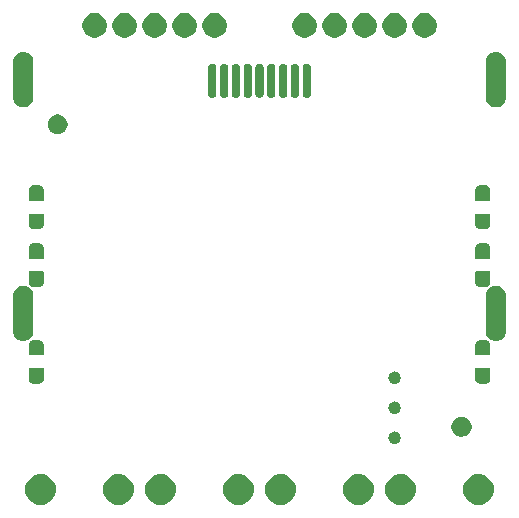
<source format=gts>
G04 #@! TF.GenerationSoftware,KiCad,Pcbnew,5.0.2-5.0.2*
G04 #@! TF.CreationDate,2019-05-06T09:06:14+02:00*
G04 #@! TF.ProjectId,MiniMeter-B1,4d696e69-4d65-4746-9572-2d42312e6b69,2.1*
G04 #@! TF.SameCoordinates,PX7cbd980PY75aef40*
G04 #@! TF.FileFunction,Soldermask,Top*
G04 #@! TF.FilePolarity,Negative*
%FSLAX46Y46*%
G04 Gerber Fmt 4.6, Leading zero omitted, Abs format (unit mm)*
G04 Created by KiCad (PCBNEW 5.0.2-5.0.2) date Mon 06 May 2019 09:06:14 CEST*
%MOMM*%
%LPD*%
G01*
G04 APERTURE LIST*
%ADD10C,0.600000*%
%ADD11C,0.150000*%
G04 APERTURE END LIST*
D10*
G04 #@! TO.C,Z3*
X33280000Y6560000D02*
G75*
G03X33280000Y6560000I-250000J0D01*
G01*
X33280000Y9100000D02*
G75*
G03X33280000Y9100000I-250000J0D01*
G01*
X33280000Y11640000D02*
G75*
G03X33280000Y11640000I-250000J0D01*
G01*
D11*
G36*
X40394845Y3481190D02*
X40639896Y3406855D01*
X40865736Y3286140D01*
X41063687Y3123687D01*
X41226140Y2925736D01*
X41346855Y2699896D01*
X41421190Y2454845D01*
X41446290Y2200000D01*
X41421190Y1945155D01*
X41346855Y1700104D01*
X41226140Y1474264D01*
X41063687Y1276313D01*
X40865736Y1113860D01*
X40639896Y993145D01*
X40394845Y918810D01*
X40203864Y900000D01*
X40076136Y900000D01*
X39885155Y918810D01*
X39640104Y993145D01*
X39414264Y1113860D01*
X39216313Y1276313D01*
X39053860Y1474264D01*
X38933145Y1700104D01*
X38858810Y1945155D01*
X38833710Y2200000D01*
X38858810Y2454845D01*
X38933145Y2699896D01*
X39053860Y2925736D01*
X39216313Y3123687D01*
X39414264Y3286140D01*
X39640104Y3406855D01*
X39885155Y3481190D01*
X40076136Y3500000D01*
X40203864Y3500000D01*
X40394845Y3481190D01*
X40394845Y3481190D01*
G37*
G36*
X33794845Y3481190D02*
X34039896Y3406855D01*
X34265736Y3286140D01*
X34463687Y3123687D01*
X34626140Y2925736D01*
X34746855Y2699896D01*
X34821190Y2454845D01*
X34846290Y2200000D01*
X34821190Y1945155D01*
X34746855Y1700104D01*
X34626140Y1474264D01*
X34463687Y1276313D01*
X34265736Y1113860D01*
X34039896Y993145D01*
X33794845Y918810D01*
X33603864Y900000D01*
X33476136Y900000D01*
X33285155Y918810D01*
X33040104Y993145D01*
X32814264Y1113860D01*
X32616313Y1276313D01*
X32453860Y1474264D01*
X32333145Y1700104D01*
X32258810Y1945155D01*
X32233710Y2200000D01*
X32258810Y2454845D01*
X32333145Y2699896D01*
X32453860Y2925736D01*
X32616313Y3123687D01*
X32814264Y3286140D01*
X33040104Y3406855D01*
X33285155Y3481190D01*
X33476136Y3500000D01*
X33603864Y3500000D01*
X33794845Y3481190D01*
X33794845Y3481190D01*
G37*
G36*
X9914845Y3481190D02*
X10159896Y3406855D01*
X10385736Y3286140D01*
X10583687Y3123687D01*
X10746140Y2925736D01*
X10866855Y2699896D01*
X10941190Y2454845D01*
X10966290Y2200000D01*
X10941190Y1945155D01*
X10866855Y1700104D01*
X10746140Y1474264D01*
X10583687Y1276313D01*
X10385736Y1113860D01*
X10159896Y993145D01*
X9914845Y918810D01*
X9723864Y900000D01*
X9596136Y900000D01*
X9405155Y918810D01*
X9160104Y993145D01*
X8934264Y1113860D01*
X8736313Y1276313D01*
X8573860Y1474264D01*
X8453145Y1700104D01*
X8378810Y1945155D01*
X8353710Y2200000D01*
X8378810Y2454845D01*
X8453145Y2699896D01*
X8573860Y2925736D01*
X8736313Y3123687D01*
X8934264Y3286140D01*
X9160104Y3406855D01*
X9405155Y3481190D01*
X9596136Y3500000D01*
X9723864Y3500000D01*
X9914845Y3481190D01*
X9914845Y3481190D01*
G37*
G36*
X3314845Y3481190D02*
X3559896Y3406855D01*
X3785736Y3286140D01*
X3983687Y3123687D01*
X4146140Y2925736D01*
X4266855Y2699896D01*
X4341190Y2454845D01*
X4366290Y2200000D01*
X4341190Y1945155D01*
X4266855Y1700104D01*
X4146140Y1474264D01*
X3983687Y1276313D01*
X3785736Y1113860D01*
X3559896Y993145D01*
X3314845Y918810D01*
X3123864Y900000D01*
X2996136Y900000D01*
X2805155Y918810D01*
X2560104Y993145D01*
X2334264Y1113860D01*
X2136313Y1276313D01*
X1973860Y1474264D01*
X1853145Y1700104D01*
X1778810Y1945155D01*
X1753710Y2200000D01*
X1778810Y2454845D01*
X1853145Y2699896D01*
X1973860Y2925736D01*
X2136313Y3123687D01*
X2334264Y3286140D01*
X2560104Y3406855D01*
X2805155Y3481190D01*
X2996136Y3500000D01*
X3123864Y3500000D01*
X3314845Y3481190D01*
X3314845Y3481190D01*
G37*
G36*
X20074845Y3481190D02*
X20319896Y3406855D01*
X20545736Y3286140D01*
X20743687Y3123687D01*
X20906140Y2925736D01*
X21026855Y2699896D01*
X21101190Y2454845D01*
X21126290Y2200000D01*
X21101190Y1945155D01*
X21026855Y1700104D01*
X20906140Y1474264D01*
X20743687Y1276313D01*
X20545736Y1113860D01*
X20319896Y993145D01*
X20074845Y918810D01*
X19883864Y900000D01*
X19756136Y900000D01*
X19565155Y918810D01*
X19320104Y993145D01*
X19094264Y1113860D01*
X18896313Y1276313D01*
X18733860Y1474264D01*
X18613145Y1700104D01*
X18538810Y1945155D01*
X18513710Y2200000D01*
X18538810Y2454845D01*
X18613145Y2699896D01*
X18733860Y2925736D01*
X18896313Y3123687D01*
X19094264Y3286140D01*
X19320104Y3406855D01*
X19565155Y3481190D01*
X19756136Y3500000D01*
X19883864Y3500000D01*
X20074845Y3481190D01*
X20074845Y3481190D01*
G37*
G36*
X23634845Y3481190D02*
X23879896Y3406855D01*
X24105736Y3286140D01*
X24303687Y3123687D01*
X24466140Y2925736D01*
X24586855Y2699896D01*
X24661190Y2454845D01*
X24686290Y2200000D01*
X24661190Y1945155D01*
X24586855Y1700104D01*
X24466140Y1474264D01*
X24303687Y1276313D01*
X24105736Y1113860D01*
X23879896Y993145D01*
X23634845Y918810D01*
X23443864Y900000D01*
X23316136Y900000D01*
X23125155Y918810D01*
X22880104Y993145D01*
X22654264Y1113860D01*
X22456313Y1276313D01*
X22293860Y1474264D01*
X22173145Y1700104D01*
X22098810Y1945155D01*
X22073710Y2200000D01*
X22098810Y2454845D01*
X22173145Y2699896D01*
X22293860Y2925736D01*
X22456313Y3123687D01*
X22654264Y3286140D01*
X22880104Y3406855D01*
X23125155Y3481190D01*
X23316136Y3500000D01*
X23443864Y3500000D01*
X23634845Y3481190D01*
X23634845Y3481190D01*
G37*
G36*
X30234845Y3481190D02*
X30479896Y3406855D01*
X30705736Y3286140D01*
X30903687Y3123687D01*
X31066140Y2925736D01*
X31186855Y2699896D01*
X31261190Y2454845D01*
X31286290Y2200000D01*
X31261190Y1945155D01*
X31186855Y1700104D01*
X31066140Y1474264D01*
X30903687Y1276313D01*
X30705736Y1113860D01*
X30479896Y993145D01*
X30234845Y918810D01*
X30043864Y900000D01*
X29916136Y900000D01*
X29725155Y918810D01*
X29480104Y993145D01*
X29254264Y1113860D01*
X29056313Y1276313D01*
X28893860Y1474264D01*
X28773145Y1700104D01*
X28698810Y1945155D01*
X28673710Y2200000D01*
X28698810Y2454845D01*
X28773145Y2699896D01*
X28893860Y2925736D01*
X29056313Y3123687D01*
X29254264Y3286140D01*
X29480104Y3406855D01*
X29725155Y3481190D01*
X29916136Y3500000D01*
X30043864Y3500000D01*
X30234845Y3481190D01*
X30234845Y3481190D01*
G37*
G36*
X13474845Y3481190D02*
X13719896Y3406855D01*
X13945736Y3286140D01*
X14143687Y3123687D01*
X14306140Y2925736D01*
X14426855Y2699896D01*
X14501190Y2454845D01*
X14526290Y2200000D01*
X14501190Y1945155D01*
X14426855Y1700104D01*
X14306140Y1474264D01*
X14143687Y1276313D01*
X13945736Y1113860D01*
X13719896Y993145D01*
X13474845Y918810D01*
X13283864Y900000D01*
X13156136Y900000D01*
X12965155Y918810D01*
X12720104Y993145D01*
X12494264Y1113860D01*
X12296313Y1276313D01*
X12133860Y1474264D01*
X12013145Y1700104D01*
X11938810Y1945155D01*
X11913710Y2200000D01*
X11938810Y2454845D01*
X12013145Y2699896D01*
X12133860Y2925736D01*
X12296313Y3123687D01*
X12494264Y3286140D01*
X12720104Y3406855D01*
X12965155Y3481190D01*
X13156136Y3500000D01*
X13283864Y3500000D01*
X13474845Y3481190D01*
X13474845Y3481190D01*
G37*
G36*
X38947936Y8317335D02*
X39102626Y8253260D01*
X39241844Y8160238D01*
X39360238Y8041844D01*
X39453260Y7902626D01*
X39517335Y7747936D01*
X39550000Y7583718D01*
X39550000Y7416282D01*
X39517335Y7252064D01*
X39453260Y7097374D01*
X39360238Y6958156D01*
X39241844Y6839762D01*
X39102626Y6746740D01*
X38947936Y6682665D01*
X38783718Y6650000D01*
X38616282Y6650000D01*
X38452064Y6682665D01*
X38297374Y6746740D01*
X38158156Y6839762D01*
X38039762Y6958156D01*
X37946740Y7097374D01*
X37882665Y7252064D01*
X37850000Y7416282D01*
X37850000Y7583718D01*
X37882665Y7747936D01*
X37946740Y7902626D01*
X38039762Y8041844D01*
X38158156Y8160238D01*
X38297374Y8253260D01*
X38452064Y8317335D01*
X38616282Y8350000D01*
X38783718Y8350000D01*
X38947936Y8317335D01*
X38947936Y8317335D01*
G37*
G36*
X3299997Y12450242D02*
X3300000Y12450242D01*
X3309802Y12449277D01*
X3319227Y12446418D01*
X3327913Y12441775D01*
X3330612Y12439559D01*
X3335527Y12435527D01*
X3339559Y12430612D01*
X3341775Y12427913D01*
X3346418Y12419227D01*
X3349277Y12409802D01*
X3350242Y12400000D01*
X3350363Y12398768D01*
X3350363Y11601232D01*
X3350242Y11600003D01*
X3350242Y11600000D01*
X3349277Y11590198D01*
X3349276Y11590195D01*
X3349037Y11587767D01*
X3348437Y11583721D01*
X3348437Y11562025D01*
X3348316Y11560797D01*
X3348316Y11560793D01*
X3347351Y11550991D01*
X3347349Y11550982D01*
X3347229Y11549762D01*
X3332410Y11475263D01*
X3332054Y11474090D01*
X3332053Y11474084D01*
X3329634Y11466110D01*
X3328835Y11463476D01*
X3299769Y11393303D01*
X3293962Y11382440D01*
X3251761Y11319282D01*
X3243952Y11309767D01*
X3190233Y11256048D01*
X3180718Y11248239D01*
X3117560Y11206038D01*
X3106697Y11200231D01*
X3036524Y11171165D01*
X3035339Y11170806D01*
X3035340Y11170806D01*
X3025916Y11167947D01*
X3025910Y11167946D01*
X3024737Y11167590D01*
X2950238Y11152771D01*
X2949018Y11152651D01*
X2949009Y11152649D01*
X2939207Y11151684D01*
X2939203Y11151684D01*
X2937975Y11151563D01*
X2916279Y11151563D01*
X2912233Y11150963D01*
X2909805Y11150724D01*
X2909802Y11150723D01*
X2900000Y11149758D01*
X2899997Y11149758D01*
X2898768Y11149637D01*
X2501232Y11149637D01*
X2500003Y11149758D01*
X2500000Y11149758D01*
X2490198Y11150723D01*
X2490195Y11150724D01*
X2487767Y11150963D01*
X2483721Y11151563D01*
X2462025Y11151563D01*
X2460797Y11151684D01*
X2460793Y11151684D01*
X2450991Y11152649D01*
X2450982Y11152651D01*
X2449762Y11152771D01*
X2375263Y11167590D01*
X2374090Y11167946D01*
X2374084Y11167947D01*
X2364660Y11170806D01*
X2364661Y11170806D01*
X2363476Y11171165D01*
X2293303Y11200231D01*
X2282440Y11206038D01*
X2219282Y11248239D01*
X2209767Y11256048D01*
X2156048Y11309767D01*
X2148239Y11319282D01*
X2106038Y11382440D01*
X2100231Y11393303D01*
X2071165Y11463476D01*
X2070366Y11466110D01*
X2067947Y11474084D01*
X2067946Y11474090D01*
X2067590Y11475263D01*
X2052771Y11549762D01*
X2052651Y11550982D01*
X2052649Y11550991D01*
X2051684Y11560793D01*
X2051684Y11560797D01*
X2051563Y11562025D01*
X2051563Y11583721D01*
X2050963Y11587767D01*
X2050724Y11590195D01*
X2050723Y11590198D01*
X2049758Y11600000D01*
X2049758Y11600003D01*
X2049637Y11601232D01*
X2049637Y12398768D01*
X2049758Y12400000D01*
X2050723Y12409802D01*
X2053582Y12419227D01*
X2058225Y12427913D01*
X2060441Y12430612D01*
X2064473Y12435527D01*
X2069388Y12439559D01*
X2072087Y12441775D01*
X2080773Y12446418D01*
X2090198Y12449277D01*
X2100000Y12450242D01*
X2100003Y12450242D01*
X2101232Y12450363D01*
X3298768Y12450363D01*
X3299997Y12450242D01*
X3299997Y12450242D01*
G37*
G36*
X41099997Y12450242D02*
X41100000Y12450242D01*
X41109802Y12449277D01*
X41119227Y12446418D01*
X41127913Y12441775D01*
X41130612Y12439559D01*
X41135527Y12435527D01*
X41139559Y12430612D01*
X41141775Y12427913D01*
X41146418Y12419227D01*
X41149277Y12409802D01*
X41150242Y12400000D01*
X41150363Y12398768D01*
X41150363Y11601232D01*
X41150242Y11600003D01*
X41150242Y11600000D01*
X41149277Y11590198D01*
X41149276Y11590195D01*
X41149037Y11587767D01*
X41148437Y11583721D01*
X41148437Y11562025D01*
X41148316Y11560797D01*
X41148316Y11560793D01*
X41147351Y11550991D01*
X41147349Y11550982D01*
X41147229Y11549762D01*
X41132410Y11475263D01*
X41132054Y11474090D01*
X41132053Y11474084D01*
X41129634Y11466110D01*
X41128835Y11463476D01*
X41099769Y11393303D01*
X41093962Y11382440D01*
X41051761Y11319282D01*
X41043952Y11309767D01*
X40990233Y11256048D01*
X40980718Y11248239D01*
X40917560Y11206038D01*
X40906697Y11200231D01*
X40836524Y11171165D01*
X40835339Y11170806D01*
X40835340Y11170806D01*
X40825916Y11167947D01*
X40825910Y11167946D01*
X40824737Y11167590D01*
X40750238Y11152771D01*
X40749018Y11152651D01*
X40749009Y11152649D01*
X40739207Y11151684D01*
X40739203Y11151684D01*
X40737975Y11151563D01*
X40716279Y11151563D01*
X40712233Y11150963D01*
X40709805Y11150724D01*
X40709802Y11150723D01*
X40700000Y11149758D01*
X40699997Y11149758D01*
X40698768Y11149637D01*
X40301232Y11149637D01*
X40300003Y11149758D01*
X40300000Y11149758D01*
X40290198Y11150723D01*
X40290195Y11150724D01*
X40287767Y11150963D01*
X40283721Y11151563D01*
X40262025Y11151563D01*
X40260797Y11151684D01*
X40260793Y11151684D01*
X40250991Y11152649D01*
X40250982Y11152651D01*
X40249762Y11152771D01*
X40175263Y11167590D01*
X40174090Y11167946D01*
X40174084Y11167947D01*
X40164660Y11170806D01*
X40164661Y11170806D01*
X40163476Y11171165D01*
X40093303Y11200231D01*
X40082440Y11206038D01*
X40019282Y11248239D01*
X40009767Y11256048D01*
X39956048Y11309767D01*
X39948239Y11319282D01*
X39906038Y11382440D01*
X39900231Y11393303D01*
X39871165Y11463476D01*
X39870366Y11466110D01*
X39867947Y11474084D01*
X39867946Y11474090D01*
X39867590Y11475263D01*
X39852771Y11549762D01*
X39852651Y11550982D01*
X39852649Y11550991D01*
X39851684Y11560793D01*
X39851684Y11560797D01*
X39851563Y11562025D01*
X39851563Y11583721D01*
X39850963Y11587767D01*
X39850724Y11590195D01*
X39850723Y11590198D01*
X39849758Y11600000D01*
X39849758Y11600003D01*
X39849637Y11601232D01*
X39849637Y12398768D01*
X39849758Y12400000D01*
X39850723Y12409802D01*
X39853582Y12419227D01*
X39858225Y12427913D01*
X39860441Y12430612D01*
X39864473Y12435527D01*
X39869388Y12439559D01*
X39872087Y12441775D01*
X39880773Y12446418D01*
X39890198Y12449277D01*
X39900000Y12450242D01*
X39900003Y12450242D01*
X39901232Y12450363D01*
X41098768Y12450363D01*
X41099997Y12450242D01*
X41099997Y12450242D01*
G37*
G36*
X40699997Y14850242D02*
X40700000Y14850242D01*
X40709802Y14849277D01*
X40709805Y14849276D01*
X40712233Y14849037D01*
X40716279Y14848437D01*
X40737975Y14848437D01*
X40739203Y14848316D01*
X40739207Y14848316D01*
X40749009Y14847351D01*
X40749018Y14847349D01*
X40750238Y14847229D01*
X40824737Y14832410D01*
X40825910Y14832054D01*
X40825916Y14832053D01*
X40833890Y14829634D01*
X40836524Y14828835D01*
X40906697Y14799769D01*
X40917560Y14793962D01*
X40980718Y14751761D01*
X40990233Y14743952D01*
X41043952Y14690233D01*
X41051761Y14680718D01*
X41093962Y14617560D01*
X41099769Y14606697D01*
X41128835Y14536524D01*
X41129194Y14535340D01*
X41132053Y14525916D01*
X41132054Y14525910D01*
X41132410Y14524737D01*
X41147229Y14450238D01*
X41147349Y14449018D01*
X41147351Y14449009D01*
X41148316Y14439207D01*
X41148437Y14437975D01*
X41148437Y14416279D01*
X41149037Y14412233D01*
X41149276Y14409805D01*
X41149277Y14409802D01*
X41150242Y14400000D01*
X41150363Y14398768D01*
X41150363Y13601232D01*
X41150242Y13600003D01*
X41150242Y13600000D01*
X41149277Y13590198D01*
X41146418Y13580773D01*
X41141775Y13572087D01*
X41139559Y13569388D01*
X41135527Y13564473D01*
X41130612Y13560441D01*
X41127913Y13558225D01*
X41119227Y13553582D01*
X41109802Y13550723D01*
X41100000Y13549758D01*
X41099997Y13549758D01*
X41098768Y13549637D01*
X39901232Y13549637D01*
X39900003Y13549758D01*
X39900000Y13549758D01*
X39890198Y13550723D01*
X39880773Y13553582D01*
X39872087Y13558225D01*
X39869388Y13560441D01*
X39864473Y13564473D01*
X39860441Y13569388D01*
X39858225Y13572087D01*
X39853582Y13580773D01*
X39850723Y13590198D01*
X39849758Y13600000D01*
X39849758Y13600003D01*
X39849637Y13601232D01*
X39849637Y14398768D01*
X39849758Y14400000D01*
X39850723Y14409802D01*
X39850724Y14409805D01*
X39850963Y14412233D01*
X39851563Y14416279D01*
X39851563Y14437975D01*
X39851684Y14439207D01*
X39852649Y14449009D01*
X39852651Y14449018D01*
X39852771Y14450238D01*
X39867590Y14524737D01*
X39867946Y14525910D01*
X39867947Y14525916D01*
X39870806Y14535340D01*
X39871165Y14536524D01*
X39900231Y14606697D01*
X39906038Y14617560D01*
X39948239Y14680718D01*
X39956048Y14690233D01*
X40009767Y14743952D01*
X40019282Y14751761D01*
X40082440Y14793962D01*
X40093303Y14799769D01*
X40163476Y14828835D01*
X40166110Y14829634D01*
X40174084Y14832053D01*
X40174090Y14832054D01*
X40175263Y14832410D01*
X40249762Y14847229D01*
X40250982Y14847349D01*
X40250991Y14847351D01*
X40260793Y14848316D01*
X40260797Y14848316D01*
X40262025Y14848437D01*
X40283721Y14848437D01*
X40287767Y14849037D01*
X40290195Y14849276D01*
X40290198Y14849277D01*
X40300000Y14850242D01*
X40300003Y14850242D01*
X40301232Y14850363D01*
X40698768Y14850363D01*
X40699997Y14850242D01*
X40699997Y14850242D01*
G37*
G36*
X2899997Y14850242D02*
X2900000Y14850242D01*
X2909802Y14849277D01*
X2909805Y14849276D01*
X2912233Y14849037D01*
X2916279Y14848437D01*
X2937975Y14848437D01*
X2939203Y14848316D01*
X2939207Y14848316D01*
X2949009Y14847351D01*
X2949018Y14847349D01*
X2950238Y14847229D01*
X3024737Y14832410D01*
X3025910Y14832054D01*
X3025916Y14832053D01*
X3033890Y14829634D01*
X3036524Y14828835D01*
X3106697Y14799769D01*
X3117560Y14793962D01*
X3180718Y14751761D01*
X3190233Y14743952D01*
X3243952Y14690233D01*
X3251761Y14680718D01*
X3293962Y14617560D01*
X3299769Y14606697D01*
X3328835Y14536524D01*
X3329194Y14535340D01*
X3332053Y14525916D01*
X3332054Y14525910D01*
X3332410Y14524737D01*
X3347229Y14450238D01*
X3347349Y14449018D01*
X3347351Y14449009D01*
X3348316Y14439207D01*
X3348437Y14437975D01*
X3348437Y14416279D01*
X3349037Y14412233D01*
X3349276Y14409805D01*
X3349277Y14409802D01*
X3350242Y14400000D01*
X3350363Y14398768D01*
X3350363Y13601232D01*
X3350242Y13600003D01*
X3350242Y13600000D01*
X3349277Y13590198D01*
X3346418Y13580773D01*
X3341775Y13572087D01*
X3339559Y13569388D01*
X3335527Y13564473D01*
X3330612Y13560441D01*
X3327913Y13558225D01*
X3319227Y13553582D01*
X3309802Y13550723D01*
X3300000Y13549758D01*
X3299997Y13549758D01*
X3298768Y13549637D01*
X2101232Y13549637D01*
X2100003Y13549758D01*
X2100000Y13549758D01*
X2090198Y13550723D01*
X2080773Y13553582D01*
X2072087Y13558225D01*
X2069388Y13560441D01*
X2064473Y13564473D01*
X2060441Y13569388D01*
X2058225Y13572087D01*
X2053582Y13580773D01*
X2050723Y13590198D01*
X2049758Y13600000D01*
X2049758Y13600003D01*
X2049637Y13601232D01*
X2049637Y14398768D01*
X2049758Y14400000D01*
X2050723Y14409802D01*
X2050724Y14409805D01*
X2050963Y14412233D01*
X2051563Y14416279D01*
X2051563Y14437975D01*
X2051684Y14439207D01*
X2052649Y14449009D01*
X2052651Y14449018D01*
X2052771Y14450238D01*
X2067590Y14524737D01*
X2067946Y14525910D01*
X2067947Y14525916D01*
X2070806Y14535340D01*
X2071165Y14536524D01*
X2100231Y14606697D01*
X2106038Y14617560D01*
X2148239Y14680718D01*
X2156048Y14690233D01*
X2209767Y14743952D01*
X2219282Y14751761D01*
X2282440Y14793962D01*
X2293303Y14799769D01*
X2363476Y14828835D01*
X2366110Y14829634D01*
X2374084Y14832053D01*
X2374090Y14832054D01*
X2375263Y14832410D01*
X2449762Y14847229D01*
X2450982Y14847349D01*
X2450991Y14847351D01*
X2460793Y14848316D01*
X2460797Y14848316D01*
X2462025Y14848437D01*
X2483721Y14848437D01*
X2487767Y14849037D01*
X2490195Y14849276D01*
X2490198Y14849277D01*
X2500000Y14850242D01*
X2500003Y14850242D01*
X2501232Y14850363D01*
X2898768Y14850363D01*
X2899997Y14850242D01*
X2899997Y14850242D01*
G37*
G36*
X1766632Y19437700D02*
X1926851Y19389098D01*
X1926854Y19389097D01*
X1996848Y19351684D01*
X2074519Y19310168D01*
X2203949Y19203949D01*
X2310168Y19074520D01*
X2310169Y19074518D01*
X2389097Y18926855D01*
X2389097Y18926854D01*
X2389098Y18926852D01*
X2437700Y18766633D01*
X2450000Y18641747D01*
X2450000Y15558253D01*
X2437700Y15433367D01*
X2389098Y15273148D01*
X2389097Y15273145D01*
X2347239Y15194835D01*
X2310168Y15125480D01*
X2203949Y14996051D01*
X2074520Y14889832D01*
X2005165Y14852761D01*
X1926855Y14810903D01*
X1926852Y14810902D01*
X1766633Y14762300D01*
X1600000Y14745888D01*
X1433368Y14762300D01*
X1273149Y14810902D01*
X1273146Y14810903D01*
X1194836Y14852761D01*
X1125481Y14889832D01*
X996052Y14996051D01*
X889833Y15125480D01*
X852762Y15194835D01*
X810904Y15273145D01*
X810903Y15273148D01*
X762301Y15433367D01*
X750001Y15558253D01*
X750000Y18641746D01*
X762300Y18766632D01*
X810902Y18926851D01*
X810903Y18926854D01*
X852761Y19005164D01*
X889832Y19074519D01*
X996051Y19203949D01*
X1125480Y19310168D01*
X1203151Y19351684D01*
X1273145Y19389097D01*
X1273148Y19389098D01*
X1433367Y19437700D01*
X1600000Y19454112D01*
X1766632Y19437700D01*
X1766632Y19437700D01*
G37*
G36*
X41766632Y19437700D02*
X41926851Y19389098D01*
X41926854Y19389097D01*
X41996848Y19351684D01*
X42074519Y19310168D01*
X42203949Y19203949D01*
X42310168Y19074520D01*
X42310169Y19074518D01*
X42389097Y18926855D01*
X42389097Y18926854D01*
X42389098Y18926852D01*
X42437700Y18766633D01*
X42450000Y18641747D01*
X42450000Y15558253D01*
X42437700Y15433367D01*
X42389098Y15273148D01*
X42389097Y15273145D01*
X42347239Y15194835D01*
X42310168Y15125480D01*
X42203949Y14996051D01*
X42074520Y14889832D01*
X42005165Y14852761D01*
X41926855Y14810903D01*
X41926852Y14810902D01*
X41766633Y14762300D01*
X41600000Y14745888D01*
X41433368Y14762300D01*
X41273149Y14810902D01*
X41273146Y14810903D01*
X41194836Y14852761D01*
X41125481Y14889832D01*
X40996052Y14996051D01*
X40889833Y15125480D01*
X40852762Y15194835D01*
X40810904Y15273145D01*
X40810903Y15273148D01*
X40762301Y15433367D01*
X40750001Y15558253D01*
X40750000Y18641746D01*
X40762300Y18766632D01*
X40810902Y18926851D01*
X40810903Y18926854D01*
X40852761Y19005164D01*
X40889832Y19074519D01*
X40996051Y19203949D01*
X41125480Y19310168D01*
X41203151Y19351684D01*
X41273145Y19389097D01*
X41273148Y19389098D01*
X41433367Y19437700D01*
X41600000Y19454112D01*
X41766632Y19437700D01*
X41766632Y19437700D01*
G37*
G36*
X41099997Y20650242D02*
X41100000Y20650242D01*
X41109802Y20649277D01*
X41119227Y20646418D01*
X41127913Y20641775D01*
X41130612Y20639559D01*
X41135527Y20635527D01*
X41139559Y20630612D01*
X41141775Y20627913D01*
X41146418Y20619227D01*
X41149277Y20609802D01*
X41150242Y20600000D01*
X41150363Y20598768D01*
X41150363Y19801232D01*
X41150242Y19800003D01*
X41150242Y19800000D01*
X41149277Y19790198D01*
X41149276Y19790195D01*
X41149037Y19787767D01*
X41148437Y19783721D01*
X41148437Y19762025D01*
X41148316Y19760797D01*
X41148316Y19760793D01*
X41147351Y19750991D01*
X41147349Y19750982D01*
X41147229Y19749762D01*
X41132410Y19675263D01*
X41132054Y19674090D01*
X41132053Y19674084D01*
X41129634Y19666110D01*
X41128835Y19663476D01*
X41099769Y19593303D01*
X41093962Y19582440D01*
X41051761Y19519282D01*
X41043952Y19509767D01*
X40990233Y19456048D01*
X40980718Y19448239D01*
X40917560Y19406038D01*
X40906697Y19400231D01*
X40836524Y19371165D01*
X40835339Y19370806D01*
X40835340Y19370806D01*
X40825916Y19367947D01*
X40825910Y19367946D01*
X40824737Y19367590D01*
X40750238Y19352771D01*
X40749018Y19352651D01*
X40749009Y19352649D01*
X40739207Y19351684D01*
X40739203Y19351684D01*
X40737975Y19351563D01*
X40716279Y19351563D01*
X40712233Y19350963D01*
X40709805Y19350724D01*
X40709802Y19350723D01*
X40700000Y19349758D01*
X40699997Y19349758D01*
X40698768Y19349637D01*
X40301232Y19349637D01*
X40300003Y19349758D01*
X40300000Y19349758D01*
X40290198Y19350723D01*
X40290195Y19350724D01*
X40287767Y19350963D01*
X40283721Y19351563D01*
X40262025Y19351563D01*
X40260797Y19351684D01*
X40260793Y19351684D01*
X40250991Y19352649D01*
X40250982Y19352651D01*
X40249762Y19352771D01*
X40175263Y19367590D01*
X40174090Y19367946D01*
X40174084Y19367947D01*
X40164660Y19370806D01*
X40164661Y19370806D01*
X40163476Y19371165D01*
X40093303Y19400231D01*
X40082440Y19406038D01*
X40019282Y19448239D01*
X40009767Y19456048D01*
X39956048Y19509767D01*
X39948239Y19519282D01*
X39906038Y19582440D01*
X39900231Y19593303D01*
X39871165Y19663476D01*
X39870366Y19666110D01*
X39867947Y19674084D01*
X39867946Y19674090D01*
X39867590Y19675263D01*
X39852771Y19749762D01*
X39852651Y19750982D01*
X39852649Y19750991D01*
X39851684Y19760793D01*
X39851684Y19760797D01*
X39851563Y19762025D01*
X39851563Y19783721D01*
X39850963Y19787767D01*
X39850724Y19790195D01*
X39850723Y19790198D01*
X39849758Y19800000D01*
X39849758Y19800003D01*
X39849637Y19801232D01*
X39849637Y20598768D01*
X39849758Y20600000D01*
X39850723Y20609802D01*
X39853582Y20619227D01*
X39858225Y20627913D01*
X39860441Y20630612D01*
X39864473Y20635527D01*
X39869388Y20639559D01*
X39872087Y20641775D01*
X39880773Y20646418D01*
X39890198Y20649277D01*
X39900000Y20650242D01*
X39900003Y20650242D01*
X39901232Y20650363D01*
X41098768Y20650363D01*
X41099997Y20650242D01*
X41099997Y20650242D01*
G37*
G36*
X3299997Y20650242D02*
X3300000Y20650242D01*
X3309802Y20649277D01*
X3319227Y20646418D01*
X3327913Y20641775D01*
X3330612Y20639559D01*
X3335527Y20635527D01*
X3339559Y20630612D01*
X3341775Y20627913D01*
X3346418Y20619227D01*
X3349277Y20609802D01*
X3350242Y20600000D01*
X3350363Y20598768D01*
X3350363Y19801232D01*
X3350242Y19800003D01*
X3350242Y19800000D01*
X3349277Y19790198D01*
X3349276Y19790195D01*
X3349037Y19787767D01*
X3348437Y19783721D01*
X3348437Y19762025D01*
X3348316Y19760797D01*
X3348316Y19760793D01*
X3347351Y19750991D01*
X3347349Y19750982D01*
X3347229Y19749762D01*
X3332410Y19675263D01*
X3332054Y19674090D01*
X3332053Y19674084D01*
X3329634Y19666110D01*
X3328835Y19663476D01*
X3299769Y19593303D01*
X3293962Y19582440D01*
X3251761Y19519282D01*
X3243952Y19509767D01*
X3190233Y19456048D01*
X3180718Y19448239D01*
X3117560Y19406038D01*
X3106697Y19400231D01*
X3036524Y19371165D01*
X3035339Y19370806D01*
X3035340Y19370806D01*
X3025916Y19367947D01*
X3025910Y19367946D01*
X3024737Y19367590D01*
X2950238Y19352771D01*
X2949018Y19352651D01*
X2949009Y19352649D01*
X2939207Y19351684D01*
X2939203Y19351684D01*
X2937975Y19351563D01*
X2916279Y19351563D01*
X2912233Y19350963D01*
X2909805Y19350724D01*
X2909802Y19350723D01*
X2900000Y19349758D01*
X2899997Y19349758D01*
X2898768Y19349637D01*
X2501232Y19349637D01*
X2500003Y19349758D01*
X2500000Y19349758D01*
X2490198Y19350723D01*
X2490195Y19350724D01*
X2487767Y19350963D01*
X2483721Y19351563D01*
X2462025Y19351563D01*
X2460797Y19351684D01*
X2460793Y19351684D01*
X2450991Y19352649D01*
X2450982Y19352651D01*
X2449762Y19352771D01*
X2375263Y19367590D01*
X2374090Y19367946D01*
X2374084Y19367947D01*
X2364660Y19370806D01*
X2364661Y19370806D01*
X2363476Y19371165D01*
X2293303Y19400231D01*
X2282440Y19406038D01*
X2219282Y19448239D01*
X2209767Y19456048D01*
X2156048Y19509767D01*
X2148239Y19519282D01*
X2106038Y19582440D01*
X2100231Y19593303D01*
X2071165Y19663476D01*
X2070366Y19666110D01*
X2067947Y19674084D01*
X2067946Y19674090D01*
X2067590Y19675263D01*
X2052771Y19749762D01*
X2052651Y19750982D01*
X2052649Y19750991D01*
X2051684Y19760793D01*
X2051684Y19760797D01*
X2051563Y19762025D01*
X2051563Y19783721D01*
X2050963Y19787767D01*
X2050724Y19790195D01*
X2050723Y19790198D01*
X2049758Y19800000D01*
X2049758Y19800003D01*
X2049637Y19801232D01*
X2049637Y20598768D01*
X2049758Y20600000D01*
X2050723Y20609802D01*
X2053582Y20619227D01*
X2058225Y20627913D01*
X2060441Y20630612D01*
X2064473Y20635527D01*
X2069388Y20639559D01*
X2072087Y20641775D01*
X2080773Y20646418D01*
X2090198Y20649277D01*
X2100000Y20650242D01*
X2100003Y20650242D01*
X2101232Y20650363D01*
X3298768Y20650363D01*
X3299997Y20650242D01*
X3299997Y20650242D01*
G37*
G36*
X40699997Y23050242D02*
X40700000Y23050242D01*
X40709802Y23049277D01*
X40709805Y23049276D01*
X40712233Y23049037D01*
X40716279Y23048437D01*
X40737975Y23048437D01*
X40739203Y23048316D01*
X40739207Y23048316D01*
X40749009Y23047351D01*
X40749018Y23047349D01*
X40750238Y23047229D01*
X40824737Y23032410D01*
X40825910Y23032054D01*
X40825916Y23032053D01*
X40833890Y23029634D01*
X40836524Y23028835D01*
X40906697Y22999769D01*
X40917560Y22993962D01*
X40980718Y22951761D01*
X40990233Y22943952D01*
X41043952Y22890233D01*
X41051761Y22880718D01*
X41093962Y22817560D01*
X41099769Y22806697D01*
X41128835Y22736524D01*
X41129194Y22735340D01*
X41132053Y22725916D01*
X41132054Y22725910D01*
X41132410Y22724737D01*
X41147229Y22650238D01*
X41147349Y22649018D01*
X41147351Y22649009D01*
X41148316Y22639207D01*
X41148437Y22637975D01*
X41148437Y22616279D01*
X41149037Y22612233D01*
X41149276Y22609805D01*
X41149277Y22609802D01*
X41150242Y22600000D01*
X41150363Y22598768D01*
X41150363Y21801232D01*
X41150242Y21800003D01*
X41150242Y21800000D01*
X41149277Y21790198D01*
X41146418Y21780773D01*
X41141775Y21772087D01*
X41139559Y21769388D01*
X41135527Y21764473D01*
X41130612Y21760441D01*
X41127913Y21758225D01*
X41119227Y21753582D01*
X41109802Y21750723D01*
X41100000Y21749758D01*
X41099997Y21749758D01*
X41098768Y21749637D01*
X39901232Y21749637D01*
X39900003Y21749758D01*
X39900000Y21749758D01*
X39890198Y21750723D01*
X39880773Y21753582D01*
X39872087Y21758225D01*
X39869388Y21760441D01*
X39864473Y21764473D01*
X39860441Y21769388D01*
X39858225Y21772087D01*
X39853582Y21780773D01*
X39850723Y21790198D01*
X39849758Y21800000D01*
X39849758Y21800003D01*
X39849637Y21801232D01*
X39849637Y22598768D01*
X39849758Y22600000D01*
X39850723Y22609802D01*
X39850724Y22609805D01*
X39850963Y22612233D01*
X39851563Y22616279D01*
X39851563Y22637975D01*
X39851684Y22639207D01*
X39852649Y22649009D01*
X39852651Y22649018D01*
X39852771Y22650238D01*
X39867590Y22724737D01*
X39867946Y22725910D01*
X39867947Y22725916D01*
X39870806Y22735340D01*
X39871165Y22736524D01*
X39900231Y22806697D01*
X39906038Y22817560D01*
X39948239Y22880718D01*
X39956048Y22890233D01*
X40009767Y22943952D01*
X40019282Y22951761D01*
X40082440Y22993962D01*
X40093303Y22999769D01*
X40163476Y23028835D01*
X40166110Y23029634D01*
X40174084Y23032053D01*
X40174090Y23032054D01*
X40175263Y23032410D01*
X40249762Y23047229D01*
X40250982Y23047349D01*
X40250991Y23047351D01*
X40260793Y23048316D01*
X40260797Y23048316D01*
X40262025Y23048437D01*
X40283721Y23048437D01*
X40287767Y23049037D01*
X40290195Y23049276D01*
X40290198Y23049277D01*
X40300000Y23050242D01*
X40300003Y23050242D01*
X40301232Y23050363D01*
X40698768Y23050363D01*
X40699997Y23050242D01*
X40699997Y23050242D01*
G37*
G36*
X2899997Y23050242D02*
X2900000Y23050242D01*
X2909802Y23049277D01*
X2909805Y23049276D01*
X2912233Y23049037D01*
X2916279Y23048437D01*
X2937975Y23048437D01*
X2939203Y23048316D01*
X2939207Y23048316D01*
X2949009Y23047351D01*
X2949018Y23047349D01*
X2950238Y23047229D01*
X3024737Y23032410D01*
X3025910Y23032054D01*
X3025916Y23032053D01*
X3033890Y23029634D01*
X3036524Y23028835D01*
X3106697Y22999769D01*
X3117560Y22993962D01*
X3180718Y22951761D01*
X3190233Y22943952D01*
X3243952Y22890233D01*
X3251761Y22880718D01*
X3293962Y22817560D01*
X3299769Y22806697D01*
X3328835Y22736524D01*
X3329194Y22735340D01*
X3332053Y22725916D01*
X3332054Y22725910D01*
X3332410Y22724737D01*
X3347229Y22650238D01*
X3347349Y22649018D01*
X3347351Y22649009D01*
X3348316Y22639207D01*
X3348437Y22637975D01*
X3348437Y22616279D01*
X3349037Y22612233D01*
X3349276Y22609805D01*
X3349277Y22609802D01*
X3350242Y22600000D01*
X3350363Y22598768D01*
X3350363Y21801232D01*
X3350242Y21800003D01*
X3350242Y21800000D01*
X3349277Y21790198D01*
X3346418Y21780773D01*
X3341775Y21772087D01*
X3339559Y21769388D01*
X3335527Y21764473D01*
X3330612Y21760441D01*
X3327913Y21758225D01*
X3319227Y21753582D01*
X3309802Y21750723D01*
X3300000Y21749758D01*
X3299997Y21749758D01*
X3298768Y21749637D01*
X2101232Y21749637D01*
X2100003Y21749758D01*
X2100000Y21749758D01*
X2090198Y21750723D01*
X2080773Y21753582D01*
X2072087Y21758225D01*
X2069388Y21760441D01*
X2064473Y21764473D01*
X2060441Y21769388D01*
X2058225Y21772087D01*
X2053582Y21780773D01*
X2050723Y21790198D01*
X2049758Y21800000D01*
X2049758Y21800003D01*
X2049637Y21801232D01*
X2049637Y22598768D01*
X2049758Y22600000D01*
X2050723Y22609802D01*
X2050724Y22609805D01*
X2050963Y22612233D01*
X2051563Y22616279D01*
X2051563Y22637975D01*
X2051684Y22639207D01*
X2052649Y22649009D01*
X2052651Y22649018D01*
X2052771Y22650238D01*
X2067590Y22724737D01*
X2067946Y22725910D01*
X2067947Y22725916D01*
X2070806Y22735340D01*
X2071165Y22736524D01*
X2100231Y22806697D01*
X2106038Y22817560D01*
X2148239Y22880718D01*
X2156048Y22890233D01*
X2209767Y22943952D01*
X2219282Y22951761D01*
X2282440Y22993962D01*
X2293303Y22999769D01*
X2363476Y23028835D01*
X2366110Y23029634D01*
X2374084Y23032053D01*
X2374090Y23032054D01*
X2375263Y23032410D01*
X2449762Y23047229D01*
X2450982Y23047349D01*
X2450991Y23047351D01*
X2460793Y23048316D01*
X2460797Y23048316D01*
X2462025Y23048437D01*
X2483721Y23048437D01*
X2487767Y23049037D01*
X2490195Y23049276D01*
X2490198Y23049277D01*
X2500000Y23050242D01*
X2500003Y23050242D01*
X2501232Y23050363D01*
X2898768Y23050363D01*
X2899997Y23050242D01*
X2899997Y23050242D01*
G37*
G36*
X3299997Y25550242D02*
X3300000Y25550242D01*
X3309802Y25549277D01*
X3319227Y25546418D01*
X3327913Y25541775D01*
X3330612Y25539559D01*
X3335527Y25535527D01*
X3339559Y25530612D01*
X3341775Y25527913D01*
X3346418Y25519227D01*
X3349277Y25509802D01*
X3350242Y25500000D01*
X3350363Y25498768D01*
X3350363Y24701232D01*
X3350242Y24700003D01*
X3350242Y24700000D01*
X3349277Y24690198D01*
X3349276Y24690195D01*
X3349037Y24687767D01*
X3348437Y24683721D01*
X3348437Y24662025D01*
X3348316Y24660797D01*
X3348316Y24660793D01*
X3347351Y24650991D01*
X3347349Y24650982D01*
X3347229Y24649762D01*
X3332410Y24575263D01*
X3332054Y24574090D01*
X3332053Y24574084D01*
X3329634Y24566110D01*
X3328835Y24563476D01*
X3299769Y24493303D01*
X3293962Y24482440D01*
X3251761Y24419282D01*
X3243952Y24409767D01*
X3190233Y24356048D01*
X3180718Y24348239D01*
X3117560Y24306038D01*
X3106697Y24300231D01*
X3036524Y24271165D01*
X3035339Y24270806D01*
X3035340Y24270806D01*
X3025916Y24267947D01*
X3025910Y24267946D01*
X3024737Y24267590D01*
X2950238Y24252771D01*
X2949018Y24252651D01*
X2949009Y24252649D01*
X2939207Y24251684D01*
X2939203Y24251684D01*
X2937975Y24251563D01*
X2916279Y24251563D01*
X2912233Y24250963D01*
X2909805Y24250724D01*
X2909802Y24250723D01*
X2900000Y24249758D01*
X2899997Y24249758D01*
X2898768Y24249637D01*
X2501232Y24249637D01*
X2500003Y24249758D01*
X2500000Y24249758D01*
X2490198Y24250723D01*
X2490195Y24250724D01*
X2487767Y24250963D01*
X2483721Y24251563D01*
X2462025Y24251563D01*
X2460797Y24251684D01*
X2460793Y24251684D01*
X2450991Y24252649D01*
X2450982Y24252651D01*
X2449762Y24252771D01*
X2375263Y24267590D01*
X2374090Y24267946D01*
X2374084Y24267947D01*
X2364660Y24270806D01*
X2364661Y24270806D01*
X2363476Y24271165D01*
X2293303Y24300231D01*
X2282440Y24306038D01*
X2219282Y24348239D01*
X2209767Y24356048D01*
X2156048Y24409767D01*
X2148239Y24419282D01*
X2106038Y24482440D01*
X2100231Y24493303D01*
X2071165Y24563476D01*
X2070366Y24566110D01*
X2067947Y24574084D01*
X2067946Y24574090D01*
X2067590Y24575263D01*
X2052771Y24649762D01*
X2052651Y24650982D01*
X2052649Y24650991D01*
X2051684Y24660793D01*
X2051684Y24660797D01*
X2051563Y24662025D01*
X2051563Y24683721D01*
X2050963Y24687767D01*
X2050724Y24690195D01*
X2050723Y24690198D01*
X2049758Y24700000D01*
X2049758Y24700003D01*
X2049637Y24701232D01*
X2049637Y25498768D01*
X2049758Y25500000D01*
X2050723Y25509802D01*
X2053582Y25519227D01*
X2058225Y25527913D01*
X2060441Y25530612D01*
X2064473Y25535527D01*
X2069388Y25539559D01*
X2072087Y25541775D01*
X2080773Y25546418D01*
X2090198Y25549277D01*
X2100000Y25550242D01*
X2100003Y25550242D01*
X2101232Y25550363D01*
X3298768Y25550363D01*
X3299997Y25550242D01*
X3299997Y25550242D01*
G37*
G36*
X41099997Y25550242D02*
X41100000Y25550242D01*
X41109802Y25549277D01*
X41119227Y25546418D01*
X41127913Y25541775D01*
X41130612Y25539559D01*
X41135527Y25535527D01*
X41139559Y25530612D01*
X41141775Y25527913D01*
X41146418Y25519227D01*
X41149277Y25509802D01*
X41150242Y25500000D01*
X41150363Y25498768D01*
X41150363Y24701232D01*
X41150242Y24700003D01*
X41150242Y24700000D01*
X41149277Y24690198D01*
X41149276Y24690195D01*
X41149037Y24687767D01*
X41148437Y24683721D01*
X41148437Y24662025D01*
X41148316Y24660797D01*
X41148316Y24660793D01*
X41147351Y24650991D01*
X41147349Y24650982D01*
X41147229Y24649762D01*
X41132410Y24575263D01*
X41132054Y24574090D01*
X41132053Y24574084D01*
X41129634Y24566110D01*
X41128835Y24563476D01*
X41099769Y24493303D01*
X41093962Y24482440D01*
X41051761Y24419282D01*
X41043952Y24409767D01*
X40990233Y24356048D01*
X40980718Y24348239D01*
X40917560Y24306038D01*
X40906697Y24300231D01*
X40836524Y24271165D01*
X40835339Y24270806D01*
X40835340Y24270806D01*
X40825916Y24267947D01*
X40825910Y24267946D01*
X40824737Y24267590D01*
X40750238Y24252771D01*
X40749018Y24252651D01*
X40749009Y24252649D01*
X40739207Y24251684D01*
X40739203Y24251684D01*
X40737975Y24251563D01*
X40716279Y24251563D01*
X40712233Y24250963D01*
X40709805Y24250724D01*
X40709802Y24250723D01*
X40700000Y24249758D01*
X40699997Y24249758D01*
X40698768Y24249637D01*
X40301232Y24249637D01*
X40300003Y24249758D01*
X40300000Y24249758D01*
X40290198Y24250723D01*
X40290195Y24250724D01*
X40287767Y24250963D01*
X40283721Y24251563D01*
X40262025Y24251563D01*
X40260797Y24251684D01*
X40260793Y24251684D01*
X40250991Y24252649D01*
X40250982Y24252651D01*
X40249762Y24252771D01*
X40175263Y24267590D01*
X40174090Y24267946D01*
X40174084Y24267947D01*
X40164660Y24270806D01*
X40164661Y24270806D01*
X40163476Y24271165D01*
X40093303Y24300231D01*
X40082440Y24306038D01*
X40019282Y24348239D01*
X40009767Y24356048D01*
X39956048Y24409767D01*
X39948239Y24419282D01*
X39906038Y24482440D01*
X39900231Y24493303D01*
X39871165Y24563476D01*
X39870366Y24566110D01*
X39867947Y24574084D01*
X39867946Y24574090D01*
X39867590Y24575263D01*
X39852771Y24649762D01*
X39852651Y24650982D01*
X39852649Y24650991D01*
X39851684Y24660793D01*
X39851684Y24660797D01*
X39851563Y24662025D01*
X39851563Y24683721D01*
X39850963Y24687767D01*
X39850724Y24690195D01*
X39850723Y24690198D01*
X39849758Y24700000D01*
X39849758Y24700003D01*
X39849637Y24701232D01*
X39849637Y25498768D01*
X39849758Y25500000D01*
X39850723Y25509802D01*
X39853582Y25519227D01*
X39858225Y25527913D01*
X39860441Y25530612D01*
X39864473Y25535527D01*
X39869388Y25539559D01*
X39872087Y25541775D01*
X39880773Y25546418D01*
X39890198Y25549277D01*
X39900000Y25550242D01*
X39900003Y25550242D01*
X39901232Y25550363D01*
X41098768Y25550363D01*
X41099997Y25550242D01*
X41099997Y25550242D01*
G37*
G36*
X2899997Y27950242D02*
X2900000Y27950242D01*
X2909802Y27949277D01*
X2909805Y27949276D01*
X2912233Y27949037D01*
X2916279Y27948437D01*
X2937975Y27948437D01*
X2939203Y27948316D01*
X2939207Y27948316D01*
X2949009Y27947351D01*
X2949018Y27947349D01*
X2950238Y27947229D01*
X3024737Y27932410D01*
X3025910Y27932054D01*
X3025916Y27932053D01*
X3033890Y27929634D01*
X3036524Y27928835D01*
X3106697Y27899769D01*
X3117560Y27893962D01*
X3180718Y27851761D01*
X3190233Y27843952D01*
X3243952Y27790233D01*
X3251761Y27780718D01*
X3293962Y27717560D01*
X3299769Y27706697D01*
X3328835Y27636524D01*
X3329194Y27635340D01*
X3332053Y27625916D01*
X3332054Y27625910D01*
X3332410Y27624737D01*
X3347229Y27550238D01*
X3347349Y27549018D01*
X3347351Y27549009D01*
X3348316Y27539207D01*
X3348437Y27537975D01*
X3348437Y27516279D01*
X3349037Y27512233D01*
X3349276Y27509805D01*
X3349277Y27509802D01*
X3350242Y27500000D01*
X3350363Y27498768D01*
X3350363Y26701232D01*
X3350242Y26700003D01*
X3350242Y26700000D01*
X3349277Y26690198D01*
X3346418Y26680773D01*
X3341775Y26672087D01*
X3339559Y26669388D01*
X3335527Y26664473D01*
X3330612Y26660441D01*
X3327913Y26658225D01*
X3319227Y26653582D01*
X3309802Y26650723D01*
X3300000Y26649758D01*
X3299997Y26649758D01*
X3298768Y26649637D01*
X2101232Y26649637D01*
X2100003Y26649758D01*
X2100000Y26649758D01*
X2090198Y26650723D01*
X2080773Y26653582D01*
X2072087Y26658225D01*
X2069388Y26660441D01*
X2064473Y26664473D01*
X2060441Y26669388D01*
X2058225Y26672087D01*
X2053582Y26680773D01*
X2050723Y26690198D01*
X2049758Y26700000D01*
X2049758Y26700003D01*
X2049637Y26701232D01*
X2049637Y27498768D01*
X2049758Y27500000D01*
X2050723Y27509802D01*
X2050724Y27509805D01*
X2050963Y27512233D01*
X2051563Y27516279D01*
X2051563Y27537975D01*
X2051684Y27539207D01*
X2052649Y27549009D01*
X2052651Y27549018D01*
X2052771Y27550238D01*
X2067590Y27624737D01*
X2067946Y27625910D01*
X2067947Y27625916D01*
X2070806Y27635340D01*
X2071165Y27636524D01*
X2100231Y27706697D01*
X2106038Y27717560D01*
X2148239Y27780718D01*
X2156048Y27790233D01*
X2209767Y27843952D01*
X2219282Y27851761D01*
X2282440Y27893962D01*
X2293303Y27899769D01*
X2363476Y27928835D01*
X2366110Y27929634D01*
X2374084Y27932053D01*
X2374090Y27932054D01*
X2375263Y27932410D01*
X2449762Y27947229D01*
X2450982Y27947349D01*
X2450991Y27947351D01*
X2460793Y27948316D01*
X2460797Y27948316D01*
X2462025Y27948437D01*
X2483721Y27948437D01*
X2487767Y27949037D01*
X2490195Y27949276D01*
X2490198Y27949277D01*
X2500000Y27950242D01*
X2500003Y27950242D01*
X2501232Y27950363D01*
X2898768Y27950363D01*
X2899997Y27950242D01*
X2899997Y27950242D01*
G37*
G36*
X40699997Y27950242D02*
X40700000Y27950242D01*
X40709802Y27949277D01*
X40709805Y27949276D01*
X40712233Y27949037D01*
X40716279Y27948437D01*
X40737975Y27948437D01*
X40739203Y27948316D01*
X40739207Y27948316D01*
X40749009Y27947351D01*
X40749018Y27947349D01*
X40750238Y27947229D01*
X40824737Y27932410D01*
X40825910Y27932054D01*
X40825916Y27932053D01*
X40833890Y27929634D01*
X40836524Y27928835D01*
X40906697Y27899769D01*
X40917560Y27893962D01*
X40980718Y27851761D01*
X40990233Y27843952D01*
X41043952Y27790233D01*
X41051761Y27780718D01*
X41093962Y27717560D01*
X41099769Y27706697D01*
X41128835Y27636524D01*
X41129194Y27635340D01*
X41132053Y27625916D01*
X41132054Y27625910D01*
X41132410Y27624737D01*
X41147229Y27550238D01*
X41147349Y27549018D01*
X41147351Y27549009D01*
X41148316Y27539207D01*
X41148437Y27537975D01*
X41148437Y27516279D01*
X41149037Y27512233D01*
X41149276Y27509805D01*
X41149277Y27509802D01*
X41150242Y27500000D01*
X41150363Y27498768D01*
X41150363Y26701232D01*
X41150242Y26700003D01*
X41150242Y26700000D01*
X41149277Y26690198D01*
X41146418Y26680773D01*
X41141775Y26672087D01*
X41139559Y26669388D01*
X41135527Y26664473D01*
X41130612Y26660441D01*
X41127913Y26658225D01*
X41119227Y26653582D01*
X41109802Y26650723D01*
X41100000Y26649758D01*
X41099997Y26649758D01*
X41098768Y26649637D01*
X39901232Y26649637D01*
X39900003Y26649758D01*
X39900000Y26649758D01*
X39890198Y26650723D01*
X39880773Y26653582D01*
X39872087Y26658225D01*
X39869388Y26660441D01*
X39864473Y26664473D01*
X39860441Y26669388D01*
X39858225Y26672087D01*
X39853582Y26680773D01*
X39850723Y26690198D01*
X39849758Y26700000D01*
X39849758Y26700003D01*
X39849637Y26701232D01*
X39849637Y27498768D01*
X39849758Y27500000D01*
X39850723Y27509802D01*
X39850724Y27509805D01*
X39850963Y27512233D01*
X39851563Y27516279D01*
X39851563Y27537975D01*
X39851684Y27539207D01*
X39852649Y27549009D01*
X39852651Y27549018D01*
X39852771Y27550238D01*
X39867590Y27624737D01*
X39867946Y27625910D01*
X39867947Y27625916D01*
X39870806Y27635340D01*
X39871165Y27636524D01*
X39900231Y27706697D01*
X39906038Y27717560D01*
X39948239Y27780718D01*
X39956048Y27790233D01*
X40009767Y27843952D01*
X40019282Y27851761D01*
X40082440Y27893962D01*
X40093303Y27899769D01*
X40163476Y27928835D01*
X40166110Y27929634D01*
X40174084Y27932053D01*
X40174090Y27932054D01*
X40175263Y27932410D01*
X40249762Y27947229D01*
X40250982Y27947349D01*
X40250991Y27947351D01*
X40260793Y27948316D01*
X40260797Y27948316D01*
X40262025Y27948437D01*
X40283721Y27948437D01*
X40287767Y27949037D01*
X40290195Y27949276D01*
X40290198Y27949277D01*
X40300000Y27950242D01*
X40300003Y27950242D01*
X40301232Y27950363D01*
X40698768Y27950363D01*
X40699997Y27950242D01*
X40699997Y27950242D01*
G37*
G36*
X4747936Y33917335D02*
X4902626Y33853260D01*
X5041844Y33760238D01*
X5160238Y33641844D01*
X5253260Y33502626D01*
X5317335Y33347936D01*
X5350000Y33183718D01*
X5350000Y33016282D01*
X5317335Y32852064D01*
X5253260Y32697374D01*
X5160238Y32558156D01*
X5041844Y32439762D01*
X4902626Y32346740D01*
X4747936Y32282665D01*
X4583718Y32250000D01*
X4416282Y32250000D01*
X4252064Y32282665D01*
X4097374Y32346740D01*
X3958156Y32439762D01*
X3839762Y32558156D01*
X3746740Y32697374D01*
X3682665Y32852064D01*
X3650000Y33016282D01*
X3650000Y33183718D01*
X3682665Y33347936D01*
X3746740Y33502626D01*
X3839762Y33641844D01*
X3958156Y33760238D01*
X4097374Y33853260D01*
X4252064Y33917335D01*
X4416282Y33950000D01*
X4583718Y33950000D01*
X4747936Y33917335D01*
X4747936Y33917335D01*
G37*
G36*
X1766632Y39237700D02*
X1926851Y39189098D01*
X1926854Y39189097D01*
X2005164Y39147239D01*
X2074519Y39110168D01*
X2203949Y39003949D01*
X2310168Y38874520D01*
X2310169Y38874518D01*
X2389097Y38726855D01*
X2389097Y38726854D01*
X2389098Y38726852D01*
X2437700Y38566633D01*
X2437700Y38566629D01*
X2450000Y38441749D01*
X2450000Y35358251D01*
X2445900Y35316624D01*
X2437700Y35233367D01*
X2389098Y35073148D01*
X2389097Y35073145D01*
X2347239Y34994835D01*
X2310168Y34925480D01*
X2203949Y34796051D01*
X2074520Y34689832D01*
X2005165Y34652761D01*
X1926855Y34610903D01*
X1926852Y34610902D01*
X1766633Y34562300D01*
X1600000Y34545888D01*
X1433368Y34562300D01*
X1273149Y34610902D01*
X1273146Y34610903D01*
X1194836Y34652761D01*
X1125481Y34689832D01*
X996052Y34796051D01*
X889833Y34925480D01*
X852762Y34994835D01*
X810904Y35073145D01*
X810903Y35073148D01*
X762301Y35233367D01*
X754101Y35316624D01*
X750001Y35358251D01*
X750000Y38441748D01*
X762300Y38566628D01*
X762300Y38566632D01*
X810902Y38726851D01*
X810903Y38726854D01*
X852761Y38805164D01*
X889832Y38874519D01*
X996051Y39003949D01*
X1125480Y39110168D01*
X1194835Y39147239D01*
X1273145Y39189097D01*
X1273148Y39189098D01*
X1433367Y39237700D01*
X1600000Y39254112D01*
X1766632Y39237700D01*
X1766632Y39237700D01*
G37*
G36*
X41766632Y39237700D02*
X41926851Y39189098D01*
X41926854Y39189097D01*
X42005164Y39147239D01*
X42074519Y39110168D01*
X42203949Y39003949D01*
X42310168Y38874520D01*
X42310169Y38874518D01*
X42389097Y38726855D01*
X42389097Y38726854D01*
X42389098Y38726852D01*
X42437700Y38566633D01*
X42437700Y38566629D01*
X42450000Y38441749D01*
X42450000Y35358251D01*
X42445900Y35316624D01*
X42437700Y35233367D01*
X42389098Y35073148D01*
X42389097Y35073145D01*
X42347239Y34994835D01*
X42310168Y34925480D01*
X42203949Y34796051D01*
X42074520Y34689832D01*
X42005165Y34652761D01*
X41926855Y34610903D01*
X41926852Y34610902D01*
X41766633Y34562300D01*
X41600000Y34545888D01*
X41433368Y34562300D01*
X41273149Y34610902D01*
X41273146Y34610903D01*
X41194836Y34652761D01*
X41125481Y34689832D01*
X40996052Y34796051D01*
X40889833Y34925480D01*
X40852762Y34994835D01*
X40810904Y35073145D01*
X40810903Y35073148D01*
X40762301Y35233367D01*
X40754101Y35316624D01*
X40750001Y35358251D01*
X40750000Y38441748D01*
X40762300Y38566628D01*
X40762300Y38566632D01*
X40810902Y38726851D01*
X40810903Y38726854D01*
X40852761Y38805164D01*
X40889832Y38874519D01*
X40996051Y39003949D01*
X41125480Y39110168D01*
X41194835Y39147239D01*
X41273145Y39189097D01*
X41273148Y39189098D01*
X41433367Y39237700D01*
X41600000Y39254112D01*
X41766632Y39237700D01*
X41766632Y39237700D01*
G37*
G36*
X19668615Y38244935D02*
X19734583Y38224924D01*
X19762552Y38209974D01*
X19795389Y38192422D01*
X19795391Y38192421D01*
X19795390Y38192421D01*
X19848685Y38148685D01*
X19885771Y38103495D01*
X19892422Y38095390D01*
X19909974Y38062553D01*
X19924924Y38034584D01*
X19944935Y37968616D01*
X19950000Y37917187D01*
X19950000Y35682813D01*
X19944935Y35631384D01*
X19924924Y35565416D01*
X19924922Y35565413D01*
X19892422Y35504610D01*
X19848685Y35451315D01*
X19795390Y35407578D01*
X19762553Y35390026D01*
X19734584Y35375076D01*
X19668616Y35355065D01*
X19600000Y35348307D01*
X19531385Y35355065D01*
X19465417Y35375076D01*
X19437448Y35390026D01*
X19404611Y35407578D01*
X19351316Y35451315D01*
X19307579Y35504610D01*
X19275079Y35565413D01*
X19275077Y35565416D01*
X19255066Y35631384D01*
X19250001Y35682813D01*
X19250000Y37917186D01*
X19255065Y37968615D01*
X19275076Y38034583D01*
X19307579Y38095390D01*
X19351315Y38148685D01*
X19404609Y38192421D01*
X19404608Y38192421D01*
X19404610Y38192422D01*
X19437447Y38209974D01*
X19465416Y38224924D01*
X19531384Y38244935D01*
X19600000Y38251693D01*
X19668615Y38244935D01*
X19668615Y38244935D01*
G37*
G36*
X20668615Y38244935D02*
X20734583Y38224924D01*
X20762552Y38209974D01*
X20795389Y38192422D01*
X20795391Y38192421D01*
X20795390Y38192421D01*
X20848685Y38148685D01*
X20885771Y38103495D01*
X20892422Y38095390D01*
X20909974Y38062553D01*
X20924924Y38034584D01*
X20944935Y37968616D01*
X20950000Y37917187D01*
X20950000Y35682813D01*
X20944935Y35631384D01*
X20924924Y35565416D01*
X20924922Y35565413D01*
X20892422Y35504610D01*
X20848685Y35451315D01*
X20795390Y35407578D01*
X20762553Y35390026D01*
X20734584Y35375076D01*
X20668616Y35355065D01*
X20600000Y35348307D01*
X20531385Y35355065D01*
X20465417Y35375076D01*
X20437448Y35390026D01*
X20404611Y35407578D01*
X20351316Y35451315D01*
X20307579Y35504610D01*
X20275079Y35565413D01*
X20275077Y35565416D01*
X20255066Y35631384D01*
X20250001Y35682813D01*
X20250000Y37917186D01*
X20255065Y37968615D01*
X20275076Y38034583D01*
X20307579Y38095390D01*
X20351315Y38148685D01*
X20404609Y38192421D01*
X20404608Y38192421D01*
X20404610Y38192422D01*
X20437447Y38209974D01*
X20465416Y38224924D01*
X20531384Y38244935D01*
X20600000Y38251693D01*
X20668615Y38244935D01*
X20668615Y38244935D01*
G37*
G36*
X18668615Y38244935D02*
X18734583Y38224924D01*
X18762552Y38209974D01*
X18795389Y38192422D01*
X18795391Y38192421D01*
X18795390Y38192421D01*
X18848685Y38148685D01*
X18885771Y38103495D01*
X18892422Y38095390D01*
X18909974Y38062553D01*
X18924924Y38034584D01*
X18944935Y37968616D01*
X18950000Y37917187D01*
X18950000Y35682813D01*
X18944935Y35631384D01*
X18924924Y35565416D01*
X18924922Y35565413D01*
X18892422Y35504610D01*
X18848685Y35451315D01*
X18795390Y35407578D01*
X18762553Y35390026D01*
X18734584Y35375076D01*
X18668616Y35355065D01*
X18600000Y35348307D01*
X18531385Y35355065D01*
X18465417Y35375076D01*
X18437448Y35390026D01*
X18404611Y35407578D01*
X18351316Y35451315D01*
X18307579Y35504610D01*
X18275079Y35565413D01*
X18275077Y35565416D01*
X18255066Y35631384D01*
X18250001Y35682813D01*
X18250000Y37917186D01*
X18255065Y37968615D01*
X18275076Y38034583D01*
X18307579Y38095390D01*
X18351315Y38148685D01*
X18404609Y38192421D01*
X18404608Y38192421D01*
X18404610Y38192422D01*
X18437447Y38209974D01*
X18465416Y38224924D01*
X18531384Y38244935D01*
X18600000Y38251693D01*
X18668615Y38244935D01*
X18668615Y38244935D01*
G37*
G36*
X17668615Y38244935D02*
X17734583Y38224924D01*
X17762552Y38209974D01*
X17795389Y38192422D01*
X17795391Y38192421D01*
X17795390Y38192421D01*
X17848685Y38148685D01*
X17885771Y38103495D01*
X17892422Y38095390D01*
X17909974Y38062553D01*
X17924924Y38034584D01*
X17944935Y37968616D01*
X17950000Y37917187D01*
X17950000Y35682813D01*
X17944935Y35631384D01*
X17924924Y35565416D01*
X17924922Y35565413D01*
X17892422Y35504610D01*
X17848685Y35451315D01*
X17795390Y35407578D01*
X17762553Y35390026D01*
X17734584Y35375076D01*
X17668616Y35355065D01*
X17600000Y35348307D01*
X17531385Y35355065D01*
X17465417Y35375076D01*
X17437448Y35390026D01*
X17404611Y35407578D01*
X17351316Y35451315D01*
X17307579Y35504610D01*
X17275079Y35565413D01*
X17275077Y35565416D01*
X17255066Y35631384D01*
X17250001Y35682813D01*
X17250000Y37917186D01*
X17255065Y37968615D01*
X17275076Y38034583D01*
X17307579Y38095390D01*
X17351315Y38148685D01*
X17404609Y38192421D01*
X17404608Y38192421D01*
X17404610Y38192422D01*
X17437447Y38209974D01*
X17465416Y38224924D01*
X17531384Y38244935D01*
X17600000Y38251693D01*
X17668615Y38244935D01*
X17668615Y38244935D01*
G37*
G36*
X25668615Y38244935D02*
X25734583Y38224924D01*
X25762552Y38209974D01*
X25795389Y38192422D01*
X25795391Y38192421D01*
X25795390Y38192421D01*
X25848685Y38148685D01*
X25885771Y38103495D01*
X25892422Y38095390D01*
X25909974Y38062553D01*
X25924924Y38034584D01*
X25944935Y37968616D01*
X25950000Y37917187D01*
X25950000Y35682813D01*
X25944935Y35631384D01*
X25924924Y35565416D01*
X25924922Y35565413D01*
X25892422Y35504610D01*
X25848685Y35451315D01*
X25795390Y35407578D01*
X25762553Y35390026D01*
X25734584Y35375076D01*
X25668616Y35355065D01*
X25600000Y35348307D01*
X25531385Y35355065D01*
X25465417Y35375076D01*
X25437448Y35390026D01*
X25404611Y35407578D01*
X25351316Y35451315D01*
X25307579Y35504610D01*
X25275079Y35565413D01*
X25275077Y35565416D01*
X25255066Y35631384D01*
X25250001Y35682813D01*
X25250000Y37917186D01*
X25255065Y37968615D01*
X25275076Y38034583D01*
X25307579Y38095390D01*
X25351315Y38148685D01*
X25404609Y38192421D01*
X25404608Y38192421D01*
X25404610Y38192422D01*
X25437447Y38209974D01*
X25465416Y38224924D01*
X25531384Y38244935D01*
X25600000Y38251693D01*
X25668615Y38244935D01*
X25668615Y38244935D01*
G37*
G36*
X24668615Y38244935D02*
X24734583Y38224924D01*
X24762552Y38209974D01*
X24795389Y38192422D01*
X24795391Y38192421D01*
X24795390Y38192421D01*
X24848685Y38148685D01*
X24885771Y38103495D01*
X24892422Y38095390D01*
X24909974Y38062553D01*
X24924924Y38034584D01*
X24944935Y37968616D01*
X24950000Y37917187D01*
X24950000Y35682813D01*
X24944935Y35631384D01*
X24924924Y35565416D01*
X24924922Y35565413D01*
X24892422Y35504610D01*
X24848685Y35451315D01*
X24795390Y35407578D01*
X24762553Y35390026D01*
X24734584Y35375076D01*
X24668616Y35355065D01*
X24600000Y35348307D01*
X24531385Y35355065D01*
X24465417Y35375076D01*
X24437448Y35390026D01*
X24404611Y35407578D01*
X24351316Y35451315D01*
X24307579Y35504610D01*
X24275079Y35565413D01*
X24275077Y35565416D01*
X24255066Y35631384D01*
X24250001Y35682813D01*
X24250000Y37917186D01*
X24255065Y37968615D01*
X24275076Y38034583D01*
X24307579Y38095390D01*
X24351315Y38148685D01*
X24404609Y38192421D01*
X24404608Y38192421D01*
X24404610Y38192422D01*
X24437447Y38209974D01*
X24465416Y38224924D01*
X24531384Y38244935D01*
X24600000Y38251693D01*
X24668615Y38244935D01*
X24668615Y38244935D01*
G37*
G36*
X23668615Y38244935D02*
X23734583Y38224924D01*
X23762552Y38209974D01*
X23795389Y38192422D01*
X23795391Y38192421D01*
X23795390Y38192421D01*
X23848685Y38148685D01*
X23885771Y38103495D01*
X23892422Y38095390D01*
X23909974Y38062553D01*
X23924924Y38034584D01*
X23944935Y37968616D01*
X23950000Y37917187D01*
X23950000Y35682813D01*
X23944935Y35631384D01*
X23924924Y35565416D01*
X23924922Y35565413D01*
X23892422Y35504610D01*
X23848685Y35451315D01*
X23795390Y35407578D01*
X23762553Y35390026D01*
X23734584Y35375076D01*
X23668616Y35355065D01*
X23600000Y35348307D01*
X23531385Y35355065D01*
X23465417Y35375076D01*
X23437448Y35390026D01*
X23404611Y35407578D01*
X23351316Y35451315D01*
X23307579Y35504610D01*
X23275079Y35565413D01*
X23275077Y35565416D01*
X23255066Y35631384D01*
X23250001Y35682813D01*
X23250000Y37917186D01*
X23255065Y37968615D01*
X23275076Y38034583D01*
X23307579Y38095390D01*
X23351315Y38148685D01*
X23404609Y38192421D01*
X23404608Y38192421D01*
X23404610Y38192422D01*
X23437447Y38209974D01*
X23465416Y38224924D01*
X23531384Y38244935D01*
X23600000Y38251693D01*
X23668615Y38244935D01*
X23668615Y38244935D01*
G37*
G36*
X22668615Y38244935D02*
X22734583Y38224924D01*
X22762552Y38209974D01*
X22795389Y38192422D01*
X22795391Y38192421D01*
X22795390Y38192421D01*
X22848685Y38148685D01*
X22885771Y38103495D01*
X22892422Y38095390D01*
X22909974Y38062553D01*
X22924924Y38034584D01*
X22944935Y37968616D01*
X22950000Y37917187D01*
X22950000Y35682813D01*
X22944935Y35631384D01*
X22924924Y35565416D01*
X22924922Y35565413D01*
X22892422Y35504610D01*
X22848685Y35451315D01*
X22795390Y35407578D01*
X22762553Y35390026D01*
X22734584Y35375076D01*
X22668616Y35355065D01*
X22600000Y35348307D01*
X22531385Y35355065D01*
X22465417Y35375076D01*
X22437448Y35390026D01*
X22404611Y35407578D01*
X22351316Y35451315D01*
X22307579Y35504610D01*
X22275079Y35565413D01*
X22275077Y35565416D01*
X22255066Y35631384D01*
X22250001Y35682813D01*
X22250000Y37917186D01*
X22255065Y37968615D01*
X22275076Y38034583D01*
X22307579Y38095390D01*
X22351315Y38148685D01*
X22404609Y38192421D01*
X22404608Y38192421D01*
X22404610Y38192422D01*
X22437447Y38209974D01*
X22465416Y38224924D01*
X22531384Y38244935D01*
X22600000Y38251693D01*
X22668615Y38244935D01*
X22668615Y38244935D01*
G37*
G36*
X21668615Y38244935D02*
X21734583Y38224924D01*
X21762552Y38209974D01*
X21795389Y38192422D01*
X21795391Y38192421D01*
X21795390Y38192421D01*
X21848685Y38148685D01*
X21885771Y38103495D01*
X21892422Y38095390D01*
X21909974Y38062553D01*
X21924924Y38034584D01*
X21944935Y37968616D01*
X21950000Y37917187D01*
X21950000Y35682813D01*
X21944935Y35631384D01*
X21924924Y35565416D01*
X21924922Y35565413D01*
X21892422Y35504610D01*
X21848685Y35451315D01*
X21795390Y35407578D01*
X21762553Y35390026D01*
X21734584Y35375076D01*
X21668616Y35355065D01*
X21600000Y35348307D01*
X21531385Y35355065D01*
X21465417Y35375076D01*
X21437448Y35390026D01*
X21404611Y35407578D01*
X21351316Y35451315D01*
X21307579Y35504610D01*
X21275079Y35565413D01*
X21275077Y35565416D01*
X21255066Y35631384D01*
X21250001Y35682813D01*
X21250000Y37917186D01*
X21255065Y37968615D01*
X21275076Y38034583D01*
X21307579Y38095390D01*
X21351315Y38148685D01*
X21404609Y38192421D01*
X21404608Y38192421D01*
X21404610Y38192422D01*
X21437447Y38209974D01*
X21465416Y38224924D01*
X21531384Y38244935D01*
X21600000Y38251693D01*
X21668615Y38244935D01*
X21668615Y38244935D01*
G37*
G36*
X13016274Y42494650D02*
X13207362Y42415498D01*
X13379336Y42300589D01*
X13525589Y42154336D01*
X13640498Y41982362D01*
X13719650Y41791274D01*
X13760000Y41588416D01*
X13760000Y41381584D01*
X13719650Y41178726D01*
X13640498Y40987638D01*
X13525589Y40815664D01*
X13379336Y40669411D01*
X13207362Y40554502D01*
X13016274Y40475350D01*
X12813416Y40435000D01*
X12606584Y40435000D01*
X12403726Y40475350D01*
X12212638Y40554502D01*
X12040664Y40669411D01*
X11894411Y40815664D01*
X11779502Y40987638D01*
X11700350Y41178726D01*
X11660000Y41381584D01*
X11660000Y41588416D01*
X11700350Y41791274D01*
X11779502Y41982362D01*
X11894411Y42154336D01*
X12040664Y42300589D01*
X12212638Y42415498D01*
X12403726Y42494650D01*
X12606584Y42535000D01*
X12813416Y42535000D01*
X13016274Y42494650D01*
X13016274Y42494650D01*
G37*
G36*
X35876274Y42494650D02*
X36067362Y42415498D01*
X36239336Y42300589D01*
X36385589Y42154336D01*
X36500498Y41982362D01*
X36579650Y41791274D01*
X36620000Y41588416D01*
X36620000Y41381584D01*
X36579650Y41178726D01*
X36500498Y40987638D01*
X36385589Y40815664D01*
X36239336Y40669411D01*
X36067362Y40554502D01*
X35876274Y40475350D01*
X35673416Y40435000D01*
X35466584Y40435000D01*
X35263726Y40475350D01*
X35072638Y40554502D01*
X34900664Y40669411D01*
X34754411Y40815664D01*
X34639502Y40987638D01*
X34560350Y41178726D01*
X34520000Y41381584D01*
X34520000Y41588416D01*
X34560350Y41791274D01*
X34639502Y41982362D01*
X34754411Y42154336D01*
X34900664Y42300589D01*
X35072638Y42415498D01*
X35263726Y42494650D01*
X35466584Y42535000D01*
X35673416Y42535000D01*
X35876274Y42494650D01*
X35876274Y42494650D01*
G37*
G36*
X33336274Y42494650D02*
X33527362Y42415498D01*
X33699336Y42300589D01*
X33845589Y42154336D01*
X33960498Y41982362D01*
X34039650Y41791274D01*
X34080000Y41588416D01*
X34080000Y41381584D01*
X34039650Y41178726D01*
X33960498Y40987638D01*
X33845589Y40815664D01*
X33699336Y40669411D01*
X33527362Y40554502D01*
X33336274Y40475350D01*
X33133416Y40435000D01*
X32926584Y40435000D01*
X32723726Y40475350D01*
X32532638Y40554502D01*
X32360664Y40669411D01*
X32214411Y40815664D01*
X32099502Y40987638D01*
X32020350Y41178726D01*
X31980000Y41381584D01*
X31980000Y41588416D01*
X32020350Y41791274D01*
X32099502Y41982362D01*
X32214411Y42154336D01*
X32360664Y42300589D01*
X32532638Y42415498D01*
X32723726Y42494650D01*
X32926584Y42535000D01*
X33133416Y42535000D01*
X33336274Y42494650D01*
X33336274Y42494650D01*
G37*
G36*
X30796274Y42494650D02*
X30987362Y42415498D01*
X31159336Y42300589D01*
X31305589Y42154336D01*
X31420498Y41982362D01*
X31499650Y41791274D01*
X31540000Y41588416D01*
X31540000Y41381584D01*
X31499650Y41178726D01*
X31420498Y40987638D01*
X31305589Y40815664D01*
X31159336Y40669411D01*
X30987362Y40554502D01*
X30796274Y40475350D01*
X30593416Y40435000D01*
X30386584Y40435000D01*
X30183726Y40475350D01*
X29992638Y40554502D01*
X29820664Y40669411D01*
X29674411Y40815664D01*
X29559502Y40987638D01*
X29480350Y41178726D01*
X29440000Y41381584D01*
X29440000Y41588416D01*
X29480350Y41791274D01*
X29559502Y41982362D01*
X29674411Y42154336D01*
X29820664Y42300589D01*
X29992638Y42415498D01*
X30183726Y42494650D01*
X30386584Y42535000D01*
X30593416Y42535000D01*
X30796274Y42494650D01*
X30796274Y42494650D01*
G37*
G36*
X28256274Y42494650D02*
X28447362Y42415498D01*
X28619336Y42300589D01*
X28765589Y42154336D01*
X28880498Y41982362D01*
X28959650Y41791274D01*
X29000000Y41588416D01*
X29000000Y41381584D01*
X28959650Y41178726D01*
X28880498Y40987638D01*
X28765589Y40815664D01*
X28619336Y40669411D01*
X28447362Y40554502D01*
X28256274Y40475350D01*
X28053416Y40435000D01*
X27846584Y40435000D01*
X27643726Y40475350D01*
X27452638Y40554502D01*
X27280664Y40669411D01*
X27134411Y40815664D01*
X27019502Y40987638D01*
X26940350Y41178726D01*
X26900000Y41381584D01*
X26900000Y41588416D01*
X26940350Y41791274D01*
X27019502Y41982362D01*
X27134411Y42154336D01*
X27280664Y42300589D01*
X27452638Y42415498D01*
X27643726Y42494650D01*
X27846584Y42535000D01*
X28053416Y42535000D01*
X28256274Y42494650D01*
X28256274Y42494650D01*
G37*
G36*
X7936274Y42494650D02*
X8127362Y42415498D01*
X8299336Y42300589D01*
X8445589Y42154336D01*
X8560498Y41982362D01*
X8639650Y41791274D01*
X8680000Y41588416D01*
X8680000Y41381584D01*
X8639650Y41178726D01*
X8560498Y40987638D01*
X8445589Y40815664D01*
X8299336Y40669411D01*
X8127362Y40554502D01*
X7936274Y40475350D01*
X7733416Y40435000D01*
X7526584Y40435000D01*
X7323726Y40475350D01*
X7132638Y40554502D01*
X6960664Y40669411D01*
X6814411Y40815664D01*
X6699502Y40987638D01*
X6620350Y41178726D01*
X6580000Y41381584D01*
X6580000Y41588416D01*
X6620350Y41791274D01*
X6699502Y41982362D01*
X6814411Y42154336D01*
X6960664Y42300589D01*
X7132638Y42415498D01*
X7323726Y42494650D01*
X7526584Y42535000D01*
X7733416Y42535000D01*
X7936274Y42494650D01*
X7936274Y42494650D01*
G37*
G36*
X10476274Y42494650D02*
X10667362Y42415498D01*
X10839336Y42300589D01*
X10985589Y42154336D01*
X11100498Y41982362D01*
X11179650Y41791274D01*
X11220000Y41588416D01*
X11220000Y41381584D01*
X11179650Y41178726D01*
X11100498Y40987638D01*
X10985589Y40815664D01*
X10839336Y40669411D01*
X10667362Y40554502D01*
X10476274Y40475350D01*
X10273416Y40435000D01*
X10066584Y40435000D01*
X9863726Y40475350D01*
X9672638Y40554502D01*
X9500664Y40669411D01*
X9354411Y40815664D01*
X9239502Y40987638D01*
X9160350Y41178726D01*
X9120000Y41381584D01*
X9120000Y41588416D01*
X9160350Y41791274D01*
X9239502Y41982362D01*
X9354411Y42154336D01*
X9500664Y42300589D01*
X9672638Y42415498D01*
X9863726Y42494650D01*
X10066584Y42535000D01*
X10273416Y42535000D01*
X10476274Y42494650D01*
X10476274Y42494650D01*
G37*
G36*
X15556274Y42494650D02*
X15747362Y42415498D01*
X15919336Y42300589D01*
X16065589Y42154336D01*
X16180498Y41982362D01*
X16259650Y41791274D01*
X16300000Y41588416D01*
X16300000Y41381584D01*
X16259650Y41178726D01*
X16180498Y40987638D01*
X16065589Y40815664D01*
X15919336Y40669411D01*
X15747362Y40554502D01*
X15556274Y40475350D01*
X15353416Y40435000D01*
X15146584Y40435000D01*
X14943726Y40475350D01*
X14752638Y40554502D01*
X14580664Y40669411D01*
X14434411Y40815664D01*
X14319502Y40987638D01*
X14240350Y41178726D01*
X14200000Y41381584D01*
X14200000Y41588416D01*
X14240350Y41791274D01*
X14319502Y41982362D01*
X14434411Y42154336D01*
X14580664Y42300589D01*
X14752638Y42415498D01*
X14943726Y42494650D01*
X15146584Y42535000D01*
X15353416Y42535000D01*
X15556274Y42494650D01*
X15556274Y42494650D01*
G37*
G36*
X18096274Y42494650D02*
X18287362Y42415498D01*
X18459336Y42300589D01*
X18605589Y42154336D01*
X18720498Y41982362D01*
X18799650Y41791274D01*
X18840000Y41588416D01*
X18840000Y41381584D01*
X18799650Y41178726D01*
X18720498Y40987638D01*
X18605589Y40815664D01*
X18459336Y40669411D01*
X18287362Y40554502D01*
X18096274Y40475350D01*
X17893416Y40435000D01*
X17686584Y40435000D01*
X17483726Y40475350D01*
X17292638Y40554502D01*
X17120664Y40669411D01*
X16974411Y40815664D01*
X16859502Y40987638D01*
X16780350Y41178726D01*
X16740000Y41381584D01*
X16740000Y41588416D01*
X16780350Y41791274D01*
X16859502Y41982362D01*
X16974411Y42154336D01*
X17120664Y42300589D01*
X17292638Y42415498D01*
X17483726Y42494650D01*
X17686584Y42535000D01*
X17893416Y42535000D01*
X18096274Y42494650D01*
X18096274Y42494650D01*
G37*
G36*
X25716274Y42494650D02*
X25907362Y42415498D01*
X26079336Y42300589D01*
X26225589Y42154336D01*
X26340498Y41982362D01*
X26419650Y41791274D01*
X26460000Y41588416D01*
X26460000Y41381584D01*
X26419650Y41178726D01*
X26340498Y40987638D01*
X26225589Y40815664D01*
X26079336Y40669411D01*
X25907362Y40554502D01*
X25716274Y40475350D01*
X25513416Y40435000D01*
X25306584Y40435000D01*
X25103726Y40475350D01*
X24912638Y40554502D01*
X24740664Y40669411D01*
X24594411Y40815664D01*
X24479502Y40987638D01*
X24400350Y41178726D01*
X24360000Y41381584D01*
X24360000Y41588416D01*
X24400350Y41791274D01*
X24479502Y41982362D01*
X24594411Y42154336D01*
X24740664Y42300589D01*
X24912638Y42415498D01*
X25103726Y42494650D01*
X25306584Y42535000D01*
X25513416Y42535000D01*
X25716274Y42494650D01*
X25716274Y42494650D01*
G37*
M02*

</source>
